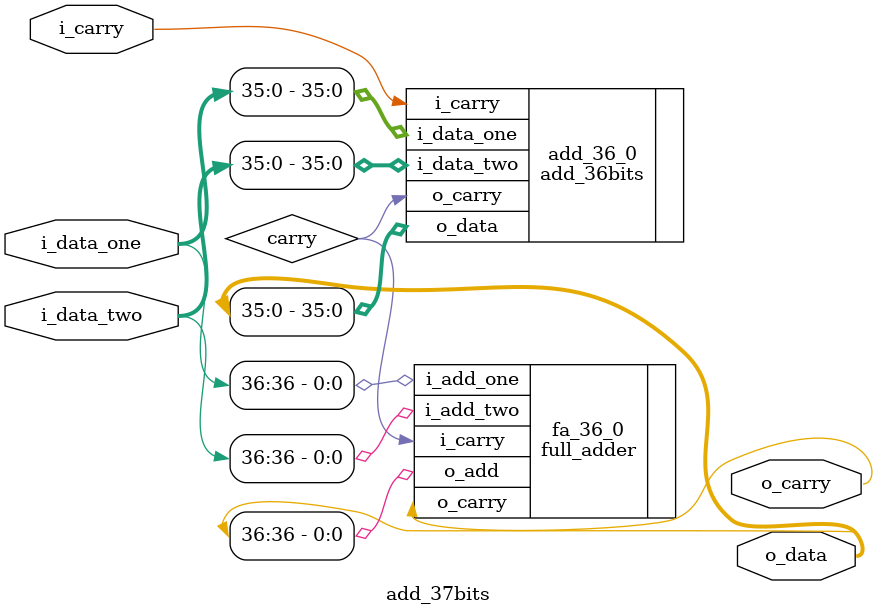
<source format=sv>
module add_37bits(
  input logic  [36:0] i_data_one,
  input logic  [36:0] i_data_two,
  input logic         i_carry,
  
  output logic [36:0] o_data,
  output logic        o_carry
);

  logic carry;

  add_36bits add_36_0(
    .i_data_one (i_data_one[35:0]),
    .i_data_two (i_data_two[35:0]),
    .i_carry    (i_carry),
    .o_data     (o_data[35:0]),
    .o_carry    (carry)
  );
  
  full_adder fa_36_0(
    .i_add_one (i_data_one[36]),
    .i_add_two (i_data_two[36]),
    .i_carry   (carry),
    .o_add     (o_data[36]),
    .o_carry   (o_carry)
  );

endmodule
</source>
